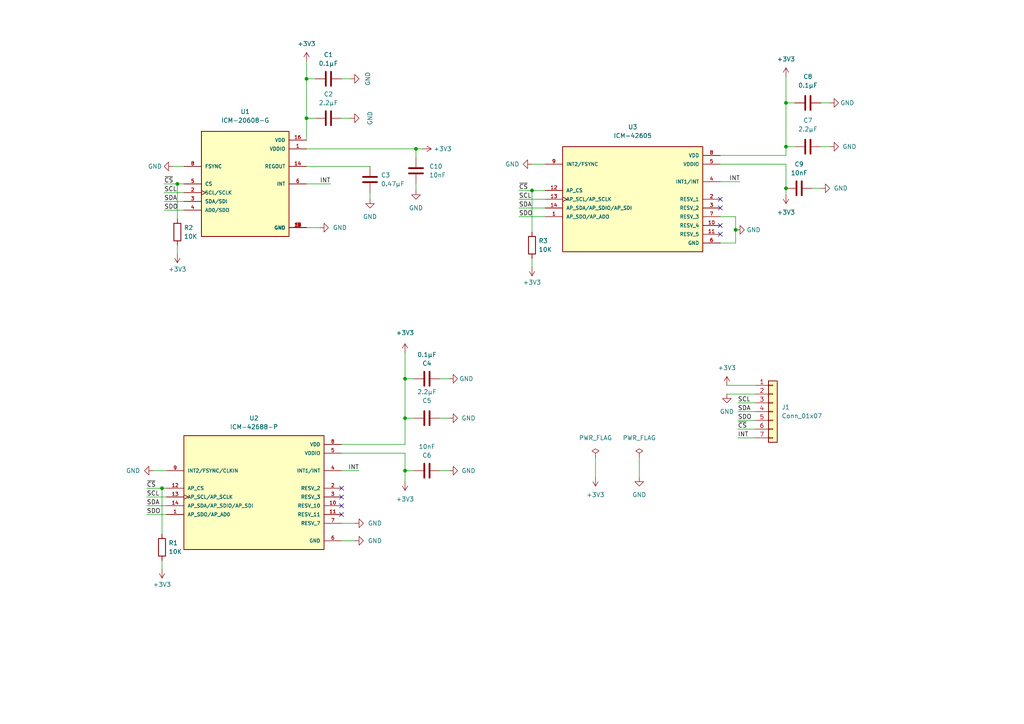
<source format=kicad_sch>
(kicad_sch (version 20211123) (generator eeschema)
  (paper "A4")
  (lib_symbols
    (symbol "Connector_Generic:Conn_01x07" (pin_names (offset 1.016) hide)
      (property "Reference" "J" (at 0 10.16 0))
      (property "Value" "Conn_01x07" (at 0 -10.16 0))
      (symbol "Conn_01x07_1_1"
        (rectangle (start -1.27 -7.493) (end 0 -7.747) (stroke (width 0.1524)))
        (rectangle (start -1.27 -4.953) (end 0 -5.207) (stroke (width 0.1524)))
        (rectangle (start -1.27 -2.413) (end 0 -2.667) (stroke (width 0.1524)))
        (rectangle (start -1.27 0.127) (end 0 -0.127) (stroke (width 0.1524)))
        (rectangle (start -1.27 2.667) (end 0 2.413) (stroke (width 0.1524)))
        (rectangle (start -1.27 5.207) (end 0 4.953) (stroke (width 0.1524)))
        (rectangle (start -1.27 7.747) (end 0 7.493) (stroke (width 0.1524)))
        (rectangle (start -1.27 8.89) (end 1.27 -8.89) (stroke (width 0.254)) (fill (type background)))
        (pin passive line (at -5.08 7.62 0) (length 3.81) (name "Pin_1") (number "1"))
        (pin passive line (at -5.08 5.08 0) (length 3.81) (name "Pin_2") (number "2"))
        (pin passive line (at -5.08 2.54 0) (length 3.81) (name "Pin_3") (number "3"))
        (pin passive line (at -5.08 0 0) (length 3.81) (name "Pin_4") (number "4"))
        (pin passive line (at -5.08 -2.54 0) (length 3.81) (name "Pin_5") (number "5"))
        (pin passive line (at -5.08 -5.08 0) (length 3.81) (name "Pin_6") (number "6"))
        (pin passive line (at -5.08 -7.62 0) (length 3.81) (name "Pin_7") (number "7"))
      )
    )
    (symbol "Device:C" (pin_numbers hide) (pin_names (offset 0.254))
      (property "Reference" "C" (at 0.635 2.54 0))
      (property "Value" "C" (at 0.635 -2.54 0))
      (symbol "C_0_1"
        (polyline (pts (xy -2.032 -0.762) (xy 2.032 -0.762)) (stroke (width 0.508)))
        (polyline (pts (xy -2.032 0.762) (xy 2.032 0.762)) (stroke (width 0.508)))
      )
      (symbol "C_1_1"
        (pin passive line (at 0 3.81 270) (length 2.794) (name "~") (number "1"))
        (pin passive line (at 0 -3.81 90) (length 2.794) (name "~") (number "2"))
      )
    )
    (symbol "Device:R" (pin_numbers hide) (pin_names (offset 0))
      (property "Reference" "R" (at 2.032 0 90))
      (property "Value" "R" (at 0 0 90))
      (symbol "R_0_1"
        (rectangle (start -1.016 -2.54) (end 1.016 2.54) (stroke (width 0.254)))
      )
      (symbol "R_1_1"
        (pin passive line (at 0 3.81 270) (length 1.27) (name "~") (number "1"))
        (pin passive line (at 0 -3.81 90) (length 1.27) (name "~") (number "2"))
      )
    )
    (symbol "ICM-20608-G:ICM-20608-G" (pin_names (offset 1.016))
      (property "Reference" "U" (at -12.7 16.002 0))
      (property "Value" "ICM-20608-G" (at -12.7 -17.78 0))
      (symbol "ICM-20608-G_0_0"
        (rectangle (start -12.7 -15.24) (end 12.7 15.24) (stroke (width 0.254)) (fill (type background)))
        (pin power_in line (at 17.78 10.16 180) (length 5.08) (name "VDDIO") (number "1"))
        (pin power_in line (at 17.78 -12.7 180) (length 5.08) (name "GND") (number "10"))
        (pin power_in line (at 17.78 -12.7 180) (length 5.08) (name "GND") (number "11"))
        (pin power_in line (at 17.78 -12.7 180) (length 5.08) (name "GND") (number "12"))
        (pin power_in line (at 17.78 -12.7 180) (length 5.08) (name "GND") (number "13"))
        (pin output line (at 17.78 5.08 180) (length 5.08) (name "REGOUT") (number "14"))
        (pin power_in line (at 17.78 -12.7 180) (length 5.08) (name "GND") (number "15"))
        (pin power_in line (at 17.78 12.7 180) (length 5.08) (name "VDD") (number "16"))
        (pin input clock (at -17.78 -2.54 0) (length 5.08) (name "SCL/SCLK") (number "2"))
        (pin bidirectional line (at -17.78 -5.08 0) (length 5.08) (name "SDA/SDI") (number "3"))
        (pin bidirectional line (at -17.78 -7.62 0) (length 5.08) (name "AD0/SDO") (number "4"))
        (pin input line (at -17.78 0 0) (length 5.08) (name "CS") (number "5"))
        (pin output line (at 17.78 0 180) (length 5.08) (name "INT") (number "6"))
        (pin input line (at -17.78 5.08 0) (length 5.08) (name "FSYNC") (number "8"))
        (pin power_in line (at 17.78 -12.7 180) (length 5.08) (name "GND") (number "9"))
      )
    )
    (symbol "ICM-42688-P:ICM-42688-P" (pin_names (offset 1.016))
      (property "Reference" "U" (at -20.32 16.002 0))
      (property "Value" "ICM-42688-P" (at -20.32 -20.32 0))
      (symbol "ICM-42688-P_0_0"
        (rectangle (start -20.32 -17.78) (end 20.32 15.24) (stroke (width 0.254)) (fill (type background)))
        (pin bidirectional line (at -25.4 -7.62 0) (length 5.08) (name "AP_SDO/AP_AD0") (number "1"))
        (pin passive line (at 25.4 -5.08 180) (length 5.08) (name "RESV_10") (number "10"))
        (pin passive line (at 25.4 -7.62 180) (length 5.08) (name "RESV_11") (number "11"))
        (pin input line (at -25.4 0 0) (length 5.08) (name "AP_CS") (number "12"))
        (pin input clock (at -25.4 -2.54 0) (length 5.08) (name "AP_SCL/AP_SCLK") (number "13"))
        (pin bidirectional line (at -25.4 -5.08 0) (length 5.08) (name "AP_SDA/AP_SDIO/AP_SDI") (number "14"))
        (pin passive line (at 25.4 0 180) (length 5.08) (name "RESV_2") (number "2"))
        (pin passive line (at 25.4 -2.54 180) (length 5.08) (name "RESV_3") (number "3"))
        (pin output line (at 25.4 5.08 180) (length 5.08) (name "INT1/INT") (number "4"))
        (pin power_in line (at 25.4 10.16 180) (length 5.08) (name "VDDIO") (number "5"))
        (pin power_in line (at 25.4 -15.24 180) (length 5.08) (name "GND") (number "6"))
        (pin passive line (at 25.4 -10.16 180) (length 5.08) (name "RESV_7") (number "7"))
        (pin power_in line (at 25.4 12.7 180) (length 5.08) (name "VDD") (number "8"))
        (pin bidirectional line (at -25.4 5.08 0) (length 5.08) (name "INT2/FSYNC/CLKIN") (number "9"))
      )
    )
    (symbol "icm42605-new:ICM-42605" (pin_names (offset 1.016))
      (property "Reference" "U" (at -20.32 15.24 0))
      (property "Value" "ICM-42605" (at -20.32 -17.78 0))
      (symbol "ICM-42605_0_0"
        (rectangle (start -20.32 -15.24) (end 20.32 15.24) (stroke (width 0.254)) (fill (type background)))
        (pin output line (at -25.4 -5.08 0) (length 5.08) (name "AP_SDO/AP_ADO") (number "1"))
        (pin bidirectional line (at 25.4 -7.62 180) (length 5.08) (name "RESV_4") (number "10"))
        (pin bidirectional line (at 25.4 -10.16 180) (length 5.08) (name "RESV_5") (number "11"))
        (pin input line (at -25.4 2.54 0) (length 5.08) (name "AP_CS") (number "12"))
        (pin input clock (at -25.4 0 0) (length 5.08) (name "AP_SCL/AP_SCLK") (number "13"))
        (pin bidirectional line (at -25.4 -2.54 0) (length 5.08) (name "AP_SDA/AP_SDIO/AP_SDI") (number "14"))
        (pin bidirectional line (at 25.4 0 180) (length 5.08) (name "RESV_1") (number "2"))
        (pin bidirectional line (at 25.4 -2.54 180) (length 5.08) (name "RESV_2") (number "3"))
        (pin output line (at 25.4 5.08 180) (length 5.08) (name "INT1/INT") (number "4"))
        (pin power_in line (at 25.4 10.16 180) (length 5.08) (name "VDDIO") (number "5"))
        (pin power_in line (at 25.4 -12.7 180) (length 5.08) (name "GND") (number "6"))
        (pin bidirectional line (at 25.4 -5.08 180) (length 5.08) (name "RESV_3") (number "7"))
        (pin power_in line (at 25.4 12.7 180) (length 5.08) (name "VDD") (number "8"))
        (pin bidirectional line (at -25.4 10.16 0) (length 5.08) (name "INT2/FSYNC") (number "9"))
      )
    )
    (symbol "power:+3V3" (power) (pin_names (offset 0))
      (property "Value" "+3V3" (at 0 3.556 0))
      (symbol "+3V3_0_1"
        (polyline (pts (xy -0.762 1.27) (xy 0 2.54)))
        (polyline (pts (xy 0 0) (xy 0 2.54)))
        (polyline (pts (xy 0 2.54) (xy 0.762 1.27)))
      )
      (symbol "+3V3_1_1"
        (pin power_in line (at 0 0 90) (length 0) hide (name "+3V3") (number "1"))
      )
    )
    (symbol "power:GND" (power) (pin_names (offset 0))
      (property "Value" "GND" (at 0 -3.81 0))
      (symbol "GND_0_1"
        (polyline (pts (xy 0 0) (xy 0 -1.27) (xy 1.27 -1.27) (xy 0 -2.54) (xy -1.27 -1.27) (xy 0 -1.27)))
      )
      (symbol "GND_1_1"
        (pin power_in line (at 0 0 270) (length 0) hide (name "GND") (number "1"))
      )
    )
    (symbol "power:PWR_FLAG" (power) (pin_numbers hide) (pin_names (offset 0) hide)
      (property "Value" "PWR_FLAG" (at 0 3.81 0))
      (symbol "PWR_FLAG_0_0"
        (pin power_out line (at 0 0 90) (length 0) (name "pwr") (number "1"))
      )
      (symbol "PWR_FLAG_0_1"
        (polyline (pts (xy 0 0) (xy 0 1.27) (xy -1.016 1.905) (xy 0 2.54) (xy 1.016 1.905) (xy 0 1.27)))
      )
    )
  )
  (junction (at 227.965 54.61))
  (junction (at 51.435 53.34))
  (junction (at 213.36 66.675))
  (junction (at 227.965 29.845))
  (junction (at 46.99 141.605))
  (junction (at 88.9 22.86))
  (junction (at 117.475 136.525))
  (junction (at 120.65 43.18))
  (junction (at 117.475 121.285))
  (junction (at 154.305 55.245))
  (junction (at 227.965 42.545))
  (junction (at 117.475 109.855))
  (junction (at 88.9 34.29))
  (no_connect (at 99.06 144.145))
  (no_connect (at 99.06 141.605))
  (no_connect (at 208.915 57.785))
  (no_connect (at 99.06 149.225))
  (no_connect (at 99.06 146.685))
  (no_connect (at 208.915 60.325))
  (no_connect (at 208.915 67.945))
  (no_connect (at 208.915 65.405))
  (wire (pts (xy 154.305 74.93) (xy 154.305 77.47)))
  (wire (pts (xy 158.115 47.625) (xy 154.305 47.625)))
  (wire (pts (xy 99.06 156.845) (xy 102.87 156.845)))
  (wire (pts (xy 227.965 29.845) (xy 227.965 42.545)))
  (wire (pts (xy 44.45 136.525) (xy 48.26 136.525)))
  (wire (pts (xy 227.965 45.085) (xy 227.965 42.545)))
  (wire (pts (xy 47.625 58.42) (xy 53.34 58.42)))
  (wire (pts (xy 42.545 146.685) (xy 48.26 146.685)))
  (wire (pts (xy 99.06 136.525) (xy 104.14 136.525)))
  (wire (pts (xy 117.475 131.445) (xy 117.475 136.525)))
  (wire (pts (xy 130.175 109.855) (xy 127.635 109.855)))
  (wire (pts (xy 47.625 53.34) (xy 51.435 53.34)))
  (wire (pts (xy 91.44 34.29) (xy 88.9 34.29)))
  (wire (pts (xy 172.72 132.715) (xy 172.72 138.43)))
  (wire (pts (xy 238.125 54.61) (xy 235.585 54.61)))
  (wire (pts (xy 117.475 121.285) (xy 117.475 128.905)))
  (wire (pts (xy 50.165 48.26) (xy 53.34 48.26)))
  (wire (pts (xy 120.015 109.855) (xy 117.475 109.855)))
  (wire (pts (xy 150.495 60.325) (xy 158.115 60.325)))
  (wire (pts (xy 88.9 17.78) (xy 88.9 22.86)))
  (wire (pts (xy 47.625 60.96) (xy 53.34 60.96)))
  (wire (pts (xy 210.82 114.3) (xy 219.075 114.3)))
  (wire (pts (xy 42.545 149.225) (xy 48.26 149.225)))
  (wire (pts (xy 130.175 136.525) (xy 127.635 136.525)))
  (wire (pts (xy 101.6 34.29) (xy 99.06 34.29)))
  (wire (pts (xy 227.965 47.625) (xy 227.965 54.61)))
  (wire (pts (xy 88.9 53.34) (xy 95.885 53.34)))
  (wire (pts (xy 107.315 55.88) (xy 107.315 57.785)))
  (wire (pts (xy 117.475 102.235) (xy 117.475 109.855)))
  (wire (pts (xy 213.995 127) (xy 219.075 127)))
  (wire (pts (xy 47.625 55.88) (xy 53.34 55.88)))
  (wire (pts (xy 230.505 42.545) (xy 227.965 42.545)))
  (wire (pts (xy 88.9 43.18) (xy 120.65 43.18)))
  (wire (pts (xy 117.475 109.855) (xy 117.475 121.285)))
  (wire (pts (xy 51.435 71.12) (xy 51.435 73.66)))
  (wire (pts (xy 130.175 121.285) (xy 127.635 121.285)))
  (wire (pts (xy 208.915 45.085) (xy 227.965 45.085)))
  (wire (pts (xy 213.36 70.485) (xy 213.36 66.675)))
  (wire (pts (xy 101.6 22.86) (xy 99.06 22.86)))
  (wire (pts (xy 154.305 55.245) (xy 154.305 67.31)))
  (wire (pts (xy 99.06 131.445) (xy 117.475 131.445)))
  (wire (pts (xy 42.545 141.605) (xy 46.99 141.605)))
  (wire (pts (xy 51.435 63.5) (xy 51.435 53.34)))
  (wire (pts (xy 150.495 62.865) (xy 158.115 62.865)))
  (wire (pts (xy 214.63 52.705) (xy 208.915 52.705)))
  (wire (pts (xy 120.015 121.285) (xy 117.475 121.285)))
  (wire (pts (xy 230.505 29.845) (xy 227.965 29.845)))
  (wire (pts (xy 208.915 47.625) (xy 227.965 47.625)))
  (wire (pts (xy 46.99 141.605) (xy 48.26 141.605)))
  (wire (pts (xy 150.495 55.245) (xy 154.305 55.245)))
  (wire (pts (xy 227.965 54.61) (xy 227.965 56.515)))
  (wire (pts (xy 120.65 53.34) (xy 120.65 55.245)))
  (wire (pts (xy 185.42 132.715) (xy 185.42 138.43)))
  (wire (pts (xy 117.475 136.525) (xy 117.475 139.7)))
  (wire (pts (xy 99.06 151.765) (xy 102.87 151.765)))
  (wire (pts (xy 88.9 34.29) (xy 88.9 22.86)))
  (wire (pts (xy 240.665 29.845) (xy 238.125 29.845)))
  (wire (pts (xy 42.545 144.145) (xy 48.26 144.145)))
  (wire (pts (xy 88.9 66.04) (xy 92.71 66.04)))
  (wire (pts (xy 208.915 62.865) (xy 213.36 62.865)))
  (wire (pts (xy 117.475 136.525) (xy 120.015 136.525)))
  (wire (pts (xy 88.9 48.26) (xy 107.315 48.26)))
  (wire (pts (xy 51.435 53.34) (xy 53.34 53.34)))
  (wire (pts (xy 120.65 43.18) (xy 122.555 43.18)))
  (wire (pts (xy 88.9 34.29) (xy 88.9 40.64)))
  (wire (pts (xy 213.36 62.865) (xy 213.36 66.675)))
  (wire (pts (xy 91.44 22.86) (xy 88.9 22.86)))
  (wire (pts (xy 213.995 121.92) (xy 219.075 121.92)))
  (wire (pts (xy 150.495 57.785) (xy 158.115 57.785)))
  (wire (pts (xy 213.995 116.84) (xy 219.075 116.84)))
  (wire (pts (xy 120.65 43.18) (xy 120.65 45.72)))
  (wire (pts (xy 210.82 111.76) (xy 219.075 111.76)))
  (wire (pts (xy 213.995 124.46) (xy 219.075 124.46)))
  (wire (pts (xy 208.915 70.485) (xy 213.36 70.485)))
  (wire (pts (xy 227.965 22.225) (xy 227.965 29.845)))
  (wire (pts (xy 154.305 55.245) (xy 158.115 55.245)))
  (wire (pts (xy 213.995 119.38) (xy 219.075 119.38)))
  (wire (pts (xy 46.99 141.605) (xy 46.99 154.94)))
  (wire (pts (xy 46.99 162.56) (xy 46.99 165.1)))
  (wire (pts (xy 99.06 128.905) (xy 117.475 128.905)))
  (wire (pts (xy 240.665 42.545) (xy 238.125 42.545)))
  (label "INT" (at 104.14 136.525 180))
  (label "SDO" (at 213.995 121.92 0))
  (label "~{CS}" (at 150.495 55.245 0))
  (label "SDO" (at 42.545 149.225 0))
  (label "SDA" (at 42.545 146.685 0))
  (label "SCL" (at 150.495 57.785 0))
  (label "SCL" (at 213.995 116.84 0))
  (label "SDA" (at 47.625 58.42 0))
  (label "SDA" (at 150.495 60.325 0))
  (label "SCL" (at 42.545 144.145 0))
  (label "INT" (at 213.995 127 0))
  (label "SDA" (at 213.995 119.38 0))
  (label "INT" (at 214.63 52.705 180))
  (label "INT" (at 95.885 53.34 180))
  (label "~{CS}" (at 47.625 53.34 0))
  (label "SDO" (at 47.625 60.96 0))
  (label "SDO" (at 150.495 62.865 0))
  (label "~{CS}" (at 42.545 141.605 0))
  (label "SCL" (at 47.625 55.88 0))
  (label "~{CS}" (at 213.995 124.46 0))
  (symbol (lib_id "power:GND") (at 130.175 136.525 90) (unit 1)
    (property "Reference" "#PWR016" (effects hide))
    (property "Value" "GND" (at 135.89 136.525 90))
  )
  (symbol (lib_id "Device:R") (at 154.305 71.12 0) (unit 1)
    (property "Reference" "R3" (at 156.21 69.8499 0) (effects (justify left)))
    (property "Value" "10K" (at 156.21 72.3899 0) (effects (justify left)))
    (property "Footprint" "Resistor_SMD:R_0603_1608Metric" (effects hide))
  )
  (symbol (lib_id "power:GND") (at 120.65 55.245 0) (unit 1)
    (property "Reference" "#PWR029" (effects hide))
    (property "Value" "GND" (at 120.65 60.325 0))
  )
  (symbol (lib_id "power:+3V3") (at 117.475 139.7 180) (unit 1)
    (property "Reference" "#PWR013" (effects hide))
    (property "Value" "+3V3" (at 117.475 144.78 0))
  )
  (symbol (lib_id "power:PWR_FLAG") (at 185.42 132.715 0) (unit 1)
    (property "Reference" "#FLG03" (effects hide))
    (property "Value" "PWR_FLAG" (at 185.42 127 0))
  )
  (symbol (lib_id "power:+3V3") (at 210.82 111.76 0) (unit 1)
    (property "Reference" "#PWR027" (effects hide))
    (property "Value" "+3V3" (at 210.82 106.68 0))
  )
  (symbol (lib_id "Device:R") (at 51.435 67.31 0) (unit 1)
    (property "Reference" "R2" (at 53.34 66.0399 0) (effects (justify left)))
    (property "Value" "10K" (at 53.34 68.5799 0) (effects (justify left)))
    (property "Footprint" "Resistor_SMD:R_0603_1608Metric" (effects hide))
  )
  (symbol (lib_id "power:+3V3") (at 117.475 102.235 0) (unit 1)
    (property "Reference" "#PWR012" (effects hide))
    (property "Value" "+3V3" (at 117.475 96.52 0))
  )
  (symbol (lib_id "power:GND") (at 101.6 22.86 90) (unit 1)
    (property "Reference" "#PWR05" (effects hide))
    (property "Value" "GND" (at 106.68 22.86 0))
  )
  (symbol (lib_id "power:+3V3") (at 227.965 56.515 180) (unit 1)
    (property "Reference" "#PWR024" (effects hide))
    (property "Value" "+3V3" (at 227.965 61.595 0))
  )
  (symbol (lib_id "power:+3V3") (at 172.72 138.43 180) (unit 1)
    (property "Reference" "#PWR017" (effects hide))
    (property "Value" "+3V3" (at 172.72 143.51 0))
  )
  (symbol (lib_id "Device:C") (at 95.25 34.29 90) (unit 1)
    (property "Reference" "C2" (at 95.25 27.305 90))
    (property "Value" "2.2µF" (at 95.25 29.845 90))
    (property "Footprint" "Capacitor_SMD:C_0603_1608Metric" (effects hide))
  )
  (symbol (lib_id "Device:C") (at 120.65 49.53 0) (unit 1)
    (property "Reference" "C10" (at 124.46 48.2599 0) (effects (justify left)))
    (property "Value" "10nF" (at 124.46 50.7999 0) (effects (justify left)))
    (property "Footprint" "Capacitor_SMD:C_0603_1608Metric" (effects hide))
  )
  (symbol (lib_id "power:+3V3") (at 122.555 43.18 270) (unit 1)
    (property "Reference" "#PWR06" (effects hide))
    (property "Value" "+3V3" (at 125.73 43.1799 90) (effects (justify left)))
  )
  (symbol (lib_id "power:GND") (at 210.82 114.3 0) (unit 1)
    (property "Reference" "#PWR028" (effects hide))
    (property "Value" "GND" (at 210.82 119.38 0))
  )
  (symbol (lib_id "power:+3V3") (at 51.435 73.66 180) (unit 1)
    (property "Reference" "#PWR04" (effects hide))
    (property "Value" "+3V3" (at 51.435 78.105 0))
  )
  (symbol (lib_id "power:GND") (at 92.71 66.04 90) (unit 1)
    (property "Reference" "#PWR0101" (effects hide))
    (property "Value" "GND" (at 96.52 66.0399 90) (effects (justify right)))
  )
  (symbol (lib_id "power:PWR_FLAG") (at 172.72 132.715 0) (unit 1)
    (property "Reference" "#FLG01" (effects hide))
    (property "Value" "PWR_FLAG" (at 172.72 127 0))
  )
  (symbol (lib_id "power:GND") (at 102.87 156.845 90) (unit 1)
    (property "Reference" "#PWR08" (effects hide))
    (property "Value" "GND" (at 106.68 156.8449 90) (effects (justify right)))
  )
  (symbol (lib_id "Connector_Generic:Conn_01x07") (at 224.155 119.38 0) (unit 1)
    (property "Reference" "J1" (at 226.695 118.1099 0) (effects (justify left)))
    (property "Value" "Conn_01x07" (at 226.695 120.6499 0) (effects (justify left)))
    (property "Footprint" "Connector_PinHeader_2.54mm:PinHeader_1x07_P2.54mm_Vertical" (effects hide))
  )
  (symbol (lib_id "power:GND") (at 50.165 48.26 270) (unit 1)
    (property "Reference" "#PWR03" (effects hide))
    (property "Value" "GND" (at 46.99 48.2599 90) (effects (justify right)))
  )
  (symbol (lib_id "Device:C") (at 123.825 121.285 270) (unit 1)
    (property "Reference" "C5" (at 123.825 116.205 90))
    (property "Value" "2.2µF" (at 123.825 113.665 90))
    (property "Footprint" "Capacitor_SMD:C_0603_1608Metric" (effects hide))
  )
  (symbol (lib_id "Device:C") (at 234.315 29.845 270) (unit 1)
    (property "Reference" "C8" (at 234.315 22.225 90))
    (property "Value" "0.1µF" (at 234.315 24.765 90))
    (property "Footprint" "Capacitor_SMD:C_0603_1608Metric" (effects hide))
  )
  (symbol (lib_id "Device:C") (at 123.825 136.525 90) (unit 1)
    (property "Reference" "C6" (at 123.825 132.08 90))
    (property "Value" "10nF" (at 123.825 129.54 90))
    (property "Footprint" "Capacitor_SMD:C_0603_1608Metric" (effects hide))
  )
  (symbol (lib_id "power:+3V3") (at 88.9 17.78 0) (unit 1)
    (property "Reference" "#PWR010" (effects hide))
    (property "Value" "+3V3" (at 88.9 12.7 0))
  )
  (symbol (lib_id "power:GND") (at 238.125 54.61 90) (unit 1)
    (property "Reference" "#PWR025" (effects hide))
    (property "Value" "GND" (at 243.84 54.61 90))
  )
  (symbol (lib_id "power:GND") (at 154.305 47.625 270) (unit 1)
    (property "Reference" "#PWR026" (effects hide))
    (property "Value" "GND" (at 148.59 47.625 90))
  )
  (symbol (lib_id "power:GND") (at 130.175 109.855 90) (unit 1)
    (property "Reference" "#PWR014" (effects hide))
    (property "Value" "GND" (at 135.255 109.855 90))
  )
  (symbol (lib_id "ICM-20608-G:ICM-20608-G") (at 71.12 53.34 0) (unit 1)
    (property "Reference" "U1" (at 71.12 32.385 0))
    (property "Value" "ICM-20608-G" (at 71.12 34.925 0))
    (property "Footprint" "icm20608:PQFN50P300X300X80-16N" (effects hide))
    (property "MANUFACTURER" "TDK" (effects hide))
    (property "STANDARD" "IPC-7351B" (effects hide))
    (property "PARTREV" "1.0" (effects hide))
  )
  (symbol (lib_id "Device:R") (at 46.99 158.75 0) (unit 1)
    (property "Reference" "R1" (at 48.895 157.4799 0) (effects (justify left)))
    (property "Value" "10K" (at 48.895 160.0199 0) (effects (justify left)))
    (property "Footprint" "Resistor_SMD:R_0603_1608Metric" (effects hide))
  )
  (symbol (lib_id "power:GND") (at 102.87 151.765 90) (unit 1)
    (property "Reference" "#PWR07" (effects hide))
    (property "Value" "GND" (at 106.68 151.7649 90) (effects (justify right)))
  )
  (symbol (lib_id "Device:C") (at 123.825 109.855 270) (unit 1)
    (property "Reference" "C4" (at 123.825 105.41 90))
    (property "Value" "0.1µF" (at 123.825 102.87 90))
    (property "Footprint" "Capacitor_SMD:C_0603_1608Metric" (effects hide))
  )
  (symbol (lib_id "power:GND") (at 107.315 57.785 0) (unit 1)
    (property "Reference" "#PWR011" (effects hide))
    (property "Value" "GND" (at 107.315 62.865 0))
  )
  (symbol (lib_id "ICM-42688-P:ICM-42688-P") (at 73.66 141.605 0) (unit 1)
    (property "Reference" "U2" (at 73.66 121.285 0))
    (property "Value" "ICM-42688-P" (at 73.66 123.825 0))
    (property "Footprint" "icm42688p:PQFN50P300X250X97-14N" (effects hide))
    (property "STANDARD" "IPC-7351B" (effects hide))
    (property "MAXIMUM_PACKAGE_HEIGHT" "0.97mm" (effects hide))
    (property "MANUFACTURER" "TDK InvenSense" (effects hide))
    (property "PARTREV" "1.2" (effects hide))
  )
  (symbol (lib_id "icm42605-new:ICM-42605") (at 183.515 57.785 0) (unit 1)
    (property "Reference" "U3" (at 183.515 36.83 0))
    (property "Value" "ICM-42605" (at 183.515 39.37 0))
    (property "Footprint" "icm42605-new:PQFN50P300X250X97-14N" (effects hide))
    (property "MANUFACTURER" "TDK Corporation" (effects hide))
    (property "PARTREV" "0.4" (effects hide))
    (property "STANDARD" "IPC 7351B" (effects hide))
  )
  (symbol (lib_id "power:GND") (at 240.665 42.545 90) (unit 1)
    (property "Reference" "#PWR019" (effects hide))
    (property "Value" "GND" (at 246.38 42.545 90))
  )
  (symbol (lib_id "Device:C") (at 107.315 52.07 180) (unit 1)
    (property "Reference" "C3" (at 110.49 50.7999 0) (effects (justify right)))
    (property "Value" "0.47µF" (at 110.49 53.3399 0) (effects (justify right)))
    (property "Footprint" "Capacitor_SMD:C_0603_1608Metric" (effects hide))
  )
  (symbol (lib_id "power:+3V3") (at 46.99 165.1 180) (unit 1)
    (property "Reference" "#PWR02" (effects hide))
    (property "Value" "+3V3" (at 46.99 169.545 0))
  )
  (symbol (lib_id "power:GND") (at 185.42 138.43 0) (unit 1)
    (property "Reference" "#PWR021" (effects hide))
    (property "Value" "GND" (at 185.42 143.51 0))
  )
  (symbol (lib_id "power:GND") (at 44.45 136.525 270) (unit 1)
    (property "Reference" "#PWR01" (effects hide))
    (property "Value" "GND" (at 40.64 136.5249 90) (effects (justify right)))
  )
  (symbol (lib_id "Device:C") (at 95.25 22.86 90) (unit 1)
    (property "Reference" "C1" (at 95.25 15.875 90))
    (property "Value" "0.1µF" (at 95.25 18.415 90))
    (property "Footprint" "Capacitor_SMD:C_0603_1608Metric" (effects hide))
  )
  (symbol (lib_id "Device:C") (at 234.315 42.545 270) (unit 1)
    (property "Reference" "C7" (at 234.315 34.925 90))
    (property "Value" "2.2µF" (at 234.315 37.465 90))
    (property "Footprint" "Capacitor_SMD:C_0603_1608Metric" (effects hide))
  )
  (symbol (lib_id "power:+3V3") (at 154.305 77.47 180) (unit 1)
    (property "Reference" "#PWR018" (effects hide))
    (property "Value" "+3V3" (at 154.305 81.915 0))
  )
  (symbol (lib_id "power:GND") (at 213.36 66.675 90) (unit 1)
    (property "Reference" "#PWR0102" (effects hide))
    (property "Value" "GND" (at 216.535 66.6749 90) (effects (justify right)))
  )
  (symbol (lib_id "power:+3V3") (at 227.965 22.225 0) (unit 1)
    (property "Reference" "#PWR022" (effects hide))
    (property "Value" "+3V3" (at 227.965 17.145 0))
  )
  (symbol (lib_id "power:GND") (at 130.175 121.285 90) (unit 1)
    (property "Reference" "#PWR015" (effects hide))
    (property "Value" "GND" (at 135.89 121.285 90))
  )
  (symbol (lib_id "power:GND") (at 240.665 29.845 90) (unit 1)
    (property "Reference" "#PWR020" (effects hide))
    (property "Value" "GND" (at 245.745 29.845 90))
  )
  (symbol (lib_id "Device:C") (at 231.775 54.61 90) (unit 1)
    (property "Reference" "C9" (at 231.775 47.625 90))
    (property "Value" "10nF" (at 231.775 50.165 90))
    (property "Footprint" "Capacitor_SMD:C_0603_1608Metric" (effects hide))
  )
  (symbol (lib_id "power:GND") (at 101.6 34.29 90) (unit 1)
    (property "Reference" "#PWR09" (effects hide))
    (property "Value" "GND" (at 107.315 34.29 0))
  )
)
</source>
